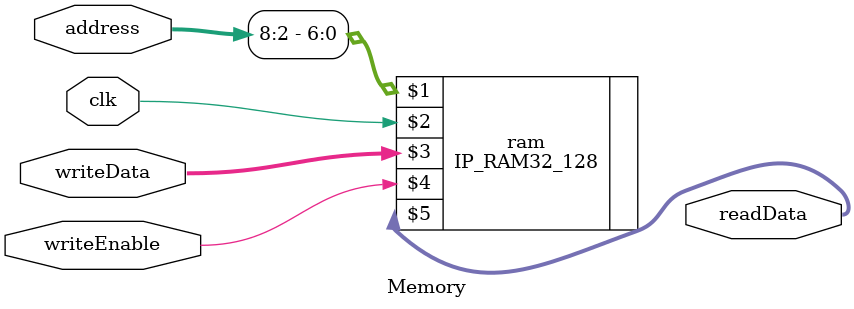
<source format=sv>
/**
 * メモリ・モジュール
 */
module Memory
  (input logic clk, writeEnable, // クロック、メモリ書き込みイネーブル
   input logic [31:0]  address, writeData, // メモリ・アドレス(ワード単位指定)、書き込み値
   output logic [31:0] readData);	  // 読み込み値
	
	
	IP_RAM32_128 ram(address[8:2],clk,writeData,writeEnable,readData);
endmodule // Memory

</source>
